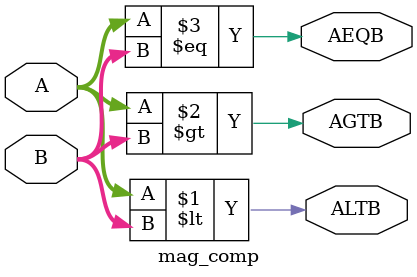
<source format=v>
module mag_comp (A,B,ALTB,AGTB,AEQB);
input [3:0] A,B;
output ALTB,AGTB,AEQB;
assign ALTB = (A < B),
AGTB = (A > B),
AEQB = (A == B);
endmodule

</source>
